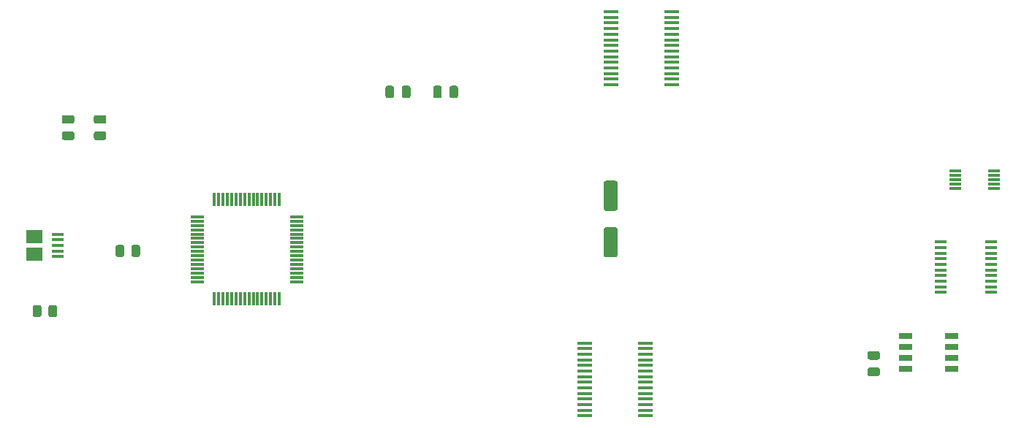
<source format=gbr>
%TF.GenerationSoftware,KiCad,Pcbnew,(5.1.7)-1*%
%TF.CreationDate,2020-11-09T16:27:10-06:00*%
%TF.ProjectId,MCU breakout board,4d435520-6272-4656-916b-6f757420626f,rev?*%
%TF.SameCoordinates,Original*%
%TF.FileFunction,Paste,Top*%
%TF.FilePolarity,Positive*%
%FSLAX46Y46*%
G04 Gerber Fmt 4.6, Leading zero omitted, Abs format (unit mm)*
G04 Created by KiCad (PCBNEW (5.1.7)-1) date 2020-11-09 16:27:10*
%MOMM*%
%LPD*%
G01*
G04 APERTURE LIST*
%ADD10R,1.800000X0.450000*%
%ADD11R,1.500000X0.650000*%
%ADD12R,1.500000X0.300000*%
%ADD13R,0.300000X1.500000*%
%ADD14R,1.475000X0.450000*%
%ADD15R,1.900000X1.500000*%
%ADD16R,1.350000X0.400000*%
%ADD17R,1.450000X0.300000*%
G04 APERTURE END LIST*
%TO.C,C16*%
G36*
G01*
X119592000Y-113152000D02*
X120692000Y-113152000D01*
G75*
G02*
X120942000Y-113402000I0J-250000D01*
G01*
X120942000Y-116402000D01*
G75*
G02*
X120692000Y-116652000I-250000J0D01*
G01*
X119592000Y-116652000D01*
G75*
G02*
X119342000Y-116402000I0J250000D01*
G01*
X119342000Y-113402000D01*
G75*
G02*
X119592000Y-113152000I250000J0D01*
G01*
G37*
G36*
G01*
X119592000Y-118552000D02*
X120692000Y-118552000D01*
G75*
G02*
X120942000Y-118802000I0J-250000D01*
G01*
X120942000Y-121802000D01*
G75*
G02*
X120692000Y-122052000I-250000J0D01*
G01*
X119592000Y-122052000D01*
G75*
G02*
X119342000Y-121802000I0J250000D01*
G01*
X119342000Y-118802000D01*
G75*
G02*
X119592000Y-118552000I250000J0D01*
G01*
G37*
%TD*%
D10*
%TO.C,IC8*%
X127250000Y-93575000D03*
X127250000Y-94225000D03*
X127250000Y-94875000D03*
X127250000Y-95525000D03*
X127250000Y-96175000D03*
X127250000Y-96825000D03*
X127250000Y-97475000D03*
X127250000Y-98125000D03*
X127250000Y-98775000D03*
X127250000Y-99425000D03*
X127250000Y-100075000D03*
X127250000Y-100725000D03*
X127250000Y-101375000D03*
X127250000Y-102025000D03*
X120150000Y-102025000D03*
X120150000Y-101375000D03*
X120150000Y-100725000D03*
X120150000Y-100075000D03*
X120150000Y-99425000D03*
X120150000Y-98775000D03*
X120150000Y-98125000D03*
X120150000Y-97475000D03*
X120150000Y-96825000D03*
X120150000Y-96175000D03*
X120150000Y-95525000D03*
X120150000Y-94875000D03*
X120150000Y-94225000D03*
X120150000Y-93575000D03*
%TD*%
%TO.C,C6*%
G36*
G01*
X100576000Y-102395000D02*
X100576000Y-103345000D01*
G75*
G02*
X100326000Y-103595000I-250000J0D01*
G01*
X99826000Y-103595000D01*
G75*
G02*
X99576000Y-103345000I0J250000D01*
G01*
X99576000Y-102395000D01*
G75*
G02*
X99826000Y-102145000I250000J0D01*
G01*
X100326000Y-102145000D01*
G75*
G02*
X100576000Y-102395000I0J-250000D01*
G01*
G37*
G36*
G01*
X102476000Y-102395000D02*
X102476000Y-103345000D01*
G75*
G02*
X102226000Y-103595000I-250000J0D01*
G01*
X101726000Y-103595000D01*
G75*
G02*
X101476000Y-103345000I0J250000D01*
G01*
X101476000Y-102395000D01*
G75*
G02*
X101726000Y-102145000I250000J0D01*
G01*
X102226000Y-102145000D01*
G75*
G02*
X102476000Y-102395000I0J-250000D01*
G01*
G37*
%TD*%
%TO.C,C7*%
G36*
G01*
X94054000Y-103345000D02*
X94054000Y-102395000D01*
G75*
G02*
X94304000Y-102145000I250000J0D01*
G01*
X94804000Y-102145000D01*
G75*
G02*
X95054000Y-102395000I0J-250000D01*
G01*
X95054000Y-103345000D01*
G75*
G02*
X94804000Y-103595000I-250000J0D01*
G01*
X94304000Y-103595000D01*
G75*
G02*
X94054000Y-103345000I0J250000D01*
G01*
G37*
G36*
G01*
X95954000Y-103345000D02*
X95954000Y-102395000D01*
G75*
G02*
X96204000Y-102145000I250000J0D01*
G01*
X96704000Y-102145000D01*
G75*
G02*
X96954000Y-102395000I0J-250000D01*
G01*
X96954000Y-103345000D01*
G75*
G02*
X96704000Y-103595000I-250000J0D01*
G01*
X96204000Y-103595000D01*
G75*
G02*
X95954000Y-103345000I0J250000D01*
G01*
G37*
%TD*%
%TO.C,C13*%
G36*
G01*
X150147000Y-134816000D02*
X151097000Y-134816000D01*
G75*
G02*
X151347000Y-135066000I0J-250000D01*
G01*
X151347000Y-135566000D01*
G75*
G02*
X151097000Y-135816000I-250000J0D01*
G01*
X150147000Y-135816000D01*
G75*
G02*
X149897000Y-135566000I0J250000D01*
G01*
X149897000Y-135066000D01*
G75*
G02*
X150147000Y-134816000I250000J0D01*
G01*
G37*
G36*
G01*
X150147000Y-132916000D02*
X151097000Y-132916000D01*
G75*
G02*
X151347000Y-133166000I0J-250000D01*
G01*
X151347000Y-133666000D01*
G75*
G02*
X151097000Y-133916000I-250000J0D01*
G01*
X150147000Y-133916000D01*
G75*
G02*
X149897000Y-133666000I0J250000D01*
G01*
X149897000Y-133166000D01*
G75*
G02*
X150147000Y-132916000I250000J0D01*
G01*
G37*
%TD*%
%TO.C,C15*%
G36*
G01*
X60525000Y-107450000D02*
X61475000Y-107450000D01*
G75*
G02*
X61725000Y-107700000I0J-250000D01*
G01*
X61725000Y-108200000D01*
G75*
G02*
X61475000Y-108450000I-250000J0D01*
G01*
X60525000Y-108450000D01*
G75*
G02*
X60275000Y-108200000I0J250000D01*
G01*
X60275000Y-107700000D01*
G75*
G02*
X60525000Y-107450000I250000J0D01*
G01*
G37*
G36*
G01*
X60525000Y-105550000D02*
X61475000Y-105550000D01*
G75*
G02*
X61725000Y-105800000I0J-250000D01*
G01*
X61725000Y-106300000D01*
G75*
G02*
X61475000Y-106550000I-250000J0D01*
G01*
X60525000Y-106550000D01*
G75*
G02*
X60275000Y-106300000I0J250000D01*
G01*
X60275000Y-105800000D01*
G75*
G02*
X60525000Y-105550000I250000J0D01*
G01*
G37*
%TD*%
%TO.C,C21*%
G36*
G01*
X56825000Y-105550000D02*
X57775000Y-105550000D01*
G75*
G02*
X58025000Y-105800000I0J-250000D01*
G01*
X58025000Y-106300000D01*
G75*
G02*
X57775000Y-106550000I-250000J0D01*
G01*
X56825000Y-106550000D01*
G75*
G02*
X56575000Y-106300000I0J250000D01*
G01*
X56575000Y-105800000D01*
G75*
G02*
X56825000Y-105550000I250000J0D01*
G01*
G37*
G36*
G01*
X56825000Y-107450000D02*
X57775000Y-107450000D01*
G75*
G02*
X58025000Y-107700000I0J-250000D01*
G01*
X58025000Y-108200000D01*
G75*
G02*
X57775000Y-108450000I-250000J0D01*
G01*
X56825000Y-108450000D01*
G75*
G02*
X56575000Y-108200000I0J250000D01*
G01*
X56575000Y-107700000D01*
G75*
G02*
X56825000Y-107450000I250000J0D01*
G01*
G37*
%TD*%
D11*
%TO.C,IC4*%
X159672000Y-131191000D03*
X159672000Y-132461000D03*
X159672000Y-133731000D03*
X159672000Y-135001000D03*
X154272000Y-135001000D03*
X154272000Y-133731000D03*
X154272000Y-132461000D03*
X154272000Y-131191000D03*
%TD*%
D12*
%TO.C,IC5*%
X72250000Y-117350000D03*
X72250000Y-117850000D03*
X72250000Y-118350000D03*
X72250000Y-118850000D03*
X72250000Y-119350000D03*
X72250000Y-119850000D03*
X72250000Y-120350000D03*
X72250000Y-120850000D03*
X72250000Y-121350000D03*
X72250000Y-121850000D03*
X72250000Y-122350000D03*
X72250000Y-122850000D03*
X72250000Y-123350000D03*
X72250000Y-123850000D03*
X72250000Y-124350000D03*
X72250000Y-124850000D03*
D13*
X74250000Y-126850000D03*
X74750000Y-126850000D03*
X75250000Y-126850000D03*
X75750000Y-126850000D03*
X76250000Y-126850000D03*
X76750000Y-126850000D03*
X77250000Y-126850000D03*
X77750000Y-126850000D03*
X78250000Y-126850000D03*
X78750000Y-126850000D03*
X79250000Y-126850000D03*
X79750000Y-126850000D03*
X80250000Y-126850000D03*
X80750000Y-126850000D03*
X81250000Y-126850000D03*
X81750000Y-126850000D03*
D12*
X83750000Y-124850000D03*
X83750000Y-124350000D03*
X83750000Y-123850000D03*
X83750000Y-123350000D03*
X83750000Y-122850000D03*
X83750000Y-122350000D03*
X83750000Y-121850000D03*
X83750000Y-121350000D03*
X83750000Y-120850000D03*
X83750000Y-120350000D03*
X83750000Y-119850000D03*
X83750000Y-119350000D03*
X83750000Y-118850000D03*
X83750000Y-118350000D03*
X83750000Y-117850000D03*
X83750000Y-117350000D03*
D13*
X81750000Y-115350000D03*
X81250000Y-115350000D03*
X80750000Y-115350000D03*
X80250000Y-115350000D03*
X79750000Y-115350000D03*
X79250000Y-115350000D03*
X78750000Y-115350000D03*
X78250000Y-115350000D03*
X77750000Y-115350000D03*
X77250000Y-115350000D03*
X76750000Y-115350000D03*
X76250000Y-115350000D03*
X75750000Y-115350000D03*
X75250000Y-115350000D03*
X74750000Y-115350000D03*
X74250000Y-115350000D03*
%TD*%
D14*
%TO.C,IC6*%
X158352000Y-120265000D03*
X158352000Y-120915000D03*
X158352000Y-121565000D03*
X158352000Y-122215000D03*
X158352000Y-122865000D03*
X158352000Y-123515000D03*
X158352000Y-124165000D03*
X158352000Y-124815000D03*
X158352000Y-125465000D03*
X158352000Y-126115000D03*
X164228000Y-126115000D03*
X164228000Y-125465000D03*
X164228000Y-124815000D03*
X164228000Y-124165000D03*
X164228000Y-123515000D03*
X164228000Y-122865000D03*
X164228000Y-122215000D03*
X164228000Y-121565000D03*
X164228000Y-120915000D03*
X164228000Y-120265000D03*
%TD*%
D10*
%TO.C,IC7*%
X124200000Y-140415000D03*
X124200000Y-139765000D03*
X124200000Y-139115000D03*
X124200000Y-138465000D03*
X124200000Y-137815000D03*
X124200000Y-137165000D03*
X124200000Y-136515000D03*
X124200000Y-135865000D03*
X124200000Y-135215000D03*
X124200000Y-134565000D03*
X124200000Y-133915000D03*
X124200000Y-133265000D03*
X124200000Y-132615000D03*
X124200000Y-131965000D03*
X117100000Y-131965000D03*
X117100000Y-132615000D03*
X117100000Y-133265000D03*
X117100000Y-133915000D03*
X117100000Y-134565000D03*
X117100000Y-135215000D03*
X117100000Y-135865000D03*
X117100000Y-136515000D03*
X117100000Y-137165000D03*
X117100000Y-137815000D03*
X117100000Y-138465000D03*
X117100000Y-139115000D03*
X117100000Y-139765000D03*
X117100000Y-140415000D03*
%TD*%
D15*
%TO.C,J2*%
X53372500Y-121650000D03*
D16*
X56072500Y-120000000D03*
X56072500Y-119350000D03*
X56072500Y-121950000D03*
X56072500Y-121300000D03*
X56072500Y-120650000D03*
D15*
X53372500Y-119650000D03*
%TD*%
%TO.C,R13*%
G36*
G01*
X56035000Y-127819999D02*
X56035000Y-128720001D01*
G75*
G02*
X55785001Y-128970000I-249999J0D01*
G01*
X55259999Y-128970000D01*
G75*
G02*
X55010000Y-128720001I0J249999D01*
G01*
X55010000Y-127819999D01*
G75*
G02*
X55259999Y-127570000I249999J0D01*
G01*
X55785001Y-127570000D01*
G75*
G02*
X56035000Y-127819999I0J-249999D01*
G01*
G37*
G36*
G01*
X54210000Y-127819999D02*
X54210000Y-128720001D01*
G75*
G02*
X53960001Y-128970000I-249999J0D01*
G01*
X53434999Y-128970000D01*
G75*
G02*
X53185000Y-128720001I0J249999D01*
G01*
X53185000Y-127819999D01*
G75*
G02*
X53434999Y-127570000I249999J0D01*
G01*
X53960001Y-127570000D01*
G75*
G02*
X54210000Y-127819999I0J-249999D01*
G01*
G37*
%TD*%
%TO.C,R18*%
G36*
G01*
X65637500Y-120849999D02*
X65637500Y-121750001D01*
G75*
G02*
X65387501Y-122000000I-249999J0D01*
G01*
X64862499Y-122000000D01*
G75*
G02*
X64612500Y-121750001I0J249999D01*
G01*
X64612500Y-120849999D01*
G75*
G02*
X64862499Y-120600000I249999J0D01*
G01*
X65387501Y-120600000D01*
G75*
G02*
X65637500Y-120849999I0J-249999D01*
G01*
G37*
G36*
G01*
X63812500Y-120849999D02*
X63812500Y-121750001D01*
G75*
G02*
X63562501Y-122000000I-249999J0D01*
G01*
X63037499Y-122000000D01*
G75*
G02*
X62787500Y-121750001I0J249999D01*
G01*
X62787500Y-120849999D01*
G75*
G02*
X63037499Y-120600000I249999J0D01*
G01*
X63562501Y-120600000D01*
G75*
G02*
X63812500Y-120849999I0J-249999D01*
G01*
G37*
%TD*%
D17*
%TO.C,IC2*%
X160081000Y-112030000D03*
X160081000Y-112530000D03*
X160081000Y-113030000D03*
X160081000Y-113530000D03*
X160081000Y-114030000D03*
X164531000Y-114030000D03*
X164531000Y-113530000D03*
X164531000Y-113030000D03*
X164531000Y-112530000D03*
X164531000Y-112030000D03*
%TD*%
M02*

</source>
